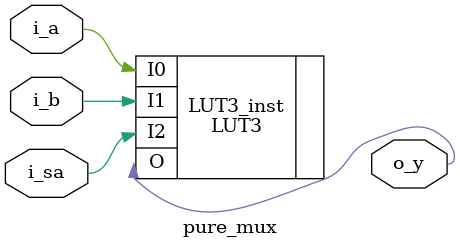
<source format=v>

`timescale 1ns/1ns

module pure_mux #(
    parameter DOMAIN_3V0 = 0
  )(
    input  i_a,
    input  i_b,
    input  i_sa,
    output o_y
  );

  LUT3 #(
    .INIT (8'b1010_1100)
  ) LUT3_inst (
    .I0 (i_a),
    .I1 (i_b),
    .I2 (i_sa),
    .O  (o_y)
  ) /* synthesis syn_noprune=1 */ /*synthesis syn_preserve=1 */ ;

endmodule


</source>
